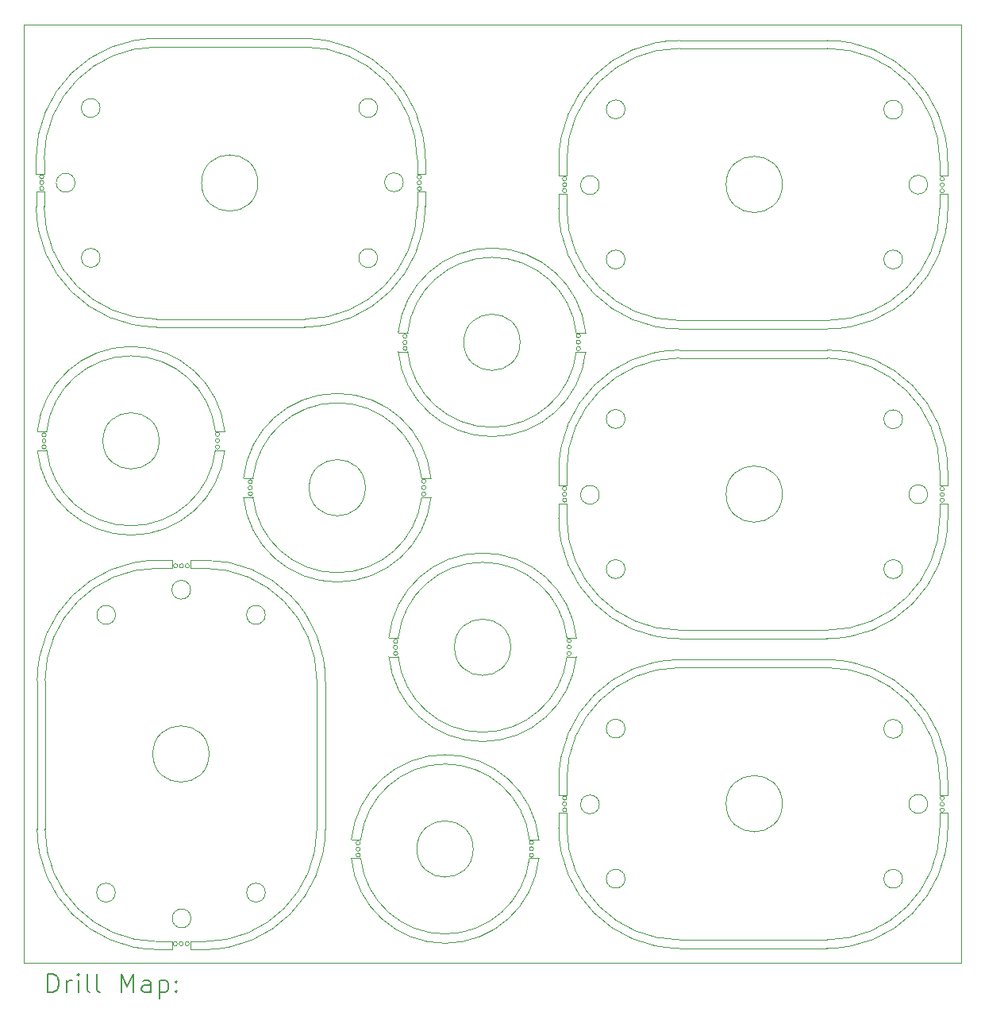
<source format=gbr>
%TF.GenerationSoftware,KiCad,Pcbnew,7.0.5-7.0.5~ubuntu22.04.1*%
%TF.CreationDate,2025-02-26T12:57:41+00:00*%
%TF.ProjectId,PBA0019-T50-6-trap,50424130-3031-4392-9d54-35302d362d74,1.0*%
%TF.SameCoordinates,Original*%
%TF.FileFunction,Drillmap*%
%TF.FilePolarity,Positive*%
%FSLAX45Y45*%
G04 Gerber Fmt 4.5, Leading zero omitted, Abs format (unit mm)*
G04 Created by KiCad (PCBNEW 7.0.5-7.0.5~ubuntu22.04.1) date 2025-02-26 12:57:41*
%MOMM*%
%LPD*%
G01*
G04 APERTURE LIST*
%ADD10C,0.050000*%
%ADD11C,0.200000*%
G04 APERTURE END LIST*
D10*
X9230000Y-13805000D02*
X9230000Y-3805000D01*
X19230000Y-13805000D02*
X19230000Y-3805000D01*
X9230000Y-3805000D02*
X19230000Y-3805000D01*
X19230000Y-13805000D02*
X9230000Y-13805000D01*
X17796466Y-7047500D02*
G75*
G03*
X19087500Y-5772500I15934J1275000D01*
G01*
X16222500Y-3973434D02*
X17802500Y-3973434D01*
X16221566Y-7047500D02*
X17796466Y-7047500D01*
X19002500Y-5257500D02*
G75*
G03*
X17802500Y-4057500I-1200000J0D01*
G01*
X19086566Y-5257500D02*
G75*
G03*
X17802500Y-3973434I-1284066J0D01*
G01*
X15645000Y-4707500D02*
G75*
G03*
X15645000Y-4707500I-100000J0D01*
G01*
X15370000Y-5515000D02*
G75*
G03*
X15370000Y-5515000I-100000J0D01*
G01*
X18605000Y-4710000D02*
G75*
G03*
X18605000Y-4710000I-100000J0D01*
G01*
X19086566Y-5415000D02*
X19002500Y-5415000D01*
X19049861Y-5575000D02*
G75*
G03*
X19049861Y-5575000I-22361J0D01*
G01*
X15022361Y-5509861D02*
G75*
G03*
X15022361Y-5509861I-22361J0D01*
G01*
X15022361Y-5572500D02*
G75*
G03*
X15022361Y-5572500I-22361J0D01*
G01*
X15022500Y-5257500D02*
X15022500Y-5415000D01*
X19087500Y-5607500D02*
X19087500Y-5772500D01*
X18605000Y-6307500D02*
G75*
G03*
X18605000Y-6307500I-100000J0D01*
G01*
X15022500Y-5757500D02*
G75*
G03*
X16222500Y-6957500I1200000J0D01*
G01*
X17802500Y-6957500D02*
G75*
G03*
X19002500Y-5757500I0J1200000D01*
G01*
X16222500Y-3973434D02*
G75*
G03*
X14938434Y-5257500I0J-1284066D01*
G01*
X15022361Y-5447500D02*
G75*
G03*
X15022361Y-5447500I-22361J0D01*
G01*
X19002500Y-5257500D02*
X19002500Y-5415000D01*
X15645000Y-6307500D02*
G75*
G03*
X15645000Y-6307500I-100000J0D01*
G01*
X16222500Y-4057500D02*
G75*
G03*
X15022500Y-5257500I0J-1200000D01*
G01*
X17802500Y-4057500D02*
X16222500Y-4057500D01*
X17322500Y-5507500D02*
G75*
G03*
X17322500Y-5507500I-300021J0D01*
G01*
X17802500Y-6957500D02*
X16222500Y-6957500D01*
X15022500Y-5607500D02*
X15022500Y-5757500D01*
X14937500Y-5763434D02*
G75*
G03*
X16221566Y-7047500I1284066J0D01*
G01*
X14937500Y-5607500D02*
X15022500Y-5607500D01*
X14938434Y-5415000D02*
X15022500Y-5415000D01*
X19002500Y-5607500D02*
X19002500Y-5757500D01*
X19049861Y-5450000D02*
G75*
G03*
X19049861Y-5450000I-22361J0D01*
G01*
X18872500Y-5510000D02*
G75*
G03*
X18872500Y-5510000I-100000J0D01*
G01*
X14937500Y-5763434D02*
X14937500Y-5607500D01*
X14938434Y-5415000D02*
X14938434Y-5257500D01*
X19086566Y-5257500D02*
X19086566Y-5415000D01*
X19049861Y-5512639D02*
G75*
G03*
X19049861Y-5512639I-22361J0D01*
G01*
X19087500Y-5607500D02*
X19002500Y-5607500D01*
X15022361Y-8809861D02*
G75*
G03*
X15022361Y-8809861I-22361J0D01*
G01*
X15022361Y-8872500D02*
G75*
G03*
X15022361Y-8872500I-22361J0D01*
G01*
X15022500Y-8557500D02*
X15022500Y-8715000D01*
X19049861Y-8875000D02*
G75*
G03*
X19049861Y-8875000I-22361J0D01*
G01*
X19086566Y-8715000D02*
X19002500Y-8715000D01*
X18605000Y-8010000D02*
G75*
G03*
X18605000Y-8010000I-100000J0D01*
G01*
X15370000Y-8815000D02*
G75*
G03*
X15370000Y-8815000I-100000J0D01*
G01*
X15645000Y-8007500D02*
G75*
G03*
X15645000Y-8007500I-100000J0D01*
G01*
X19086566Y-8557500D02*
G75*
G03*
X17802500Y-7273434I-1284066J0D01*
G01*
X19002500Y-8557500D02*
G75*
G03*
X17802500Y-7357500I-1200000J0D01*
G01*
X16221566Y-10347500D02*
X17796466Y-10347500D01*
X16222500Y-7273434D02*
X17802500Y-7273434D01*
X17796466Y-10347500D02*
G75*
G03*
X19087500Y-9072500I15934J1275000D01*
G01*
X19087500Y-8907500D02*
X19002500Y-8907500D01*
X19049861Y-8812639D02*
G75*
G03*
X19049861Y-8812639I-22361J0D01*
G01*
X19086566Y-8557500D02*
X19086566Y-8715000D01*
X14938434Y-8715000D02*
X14938434Y-8557500D01*
X14937500Y-9063434D02*
X14937500Y-8907500D01*
X18872500Y-8810000D02*
G75*
G03*
X18872500Y-8810000I-100000J0D01*
G01*
X19049861Y-8750000D02*
G75*
G03*
X19049861Y-8750000I-22361J0D01*
G01*
X19002500Y-8907500D02*
X19002500Y-9057500D01*
X14938434Y-8715000D02*
X15022500Y-8715000D01*
X14937500Y-8907500D02*
X15022500Y-8907500D01*
X14937500Y-9063434D02*
G75*
G03*
X16221566Y-10347500I1284066J0D01*
G01*
X15022500Y-8907500D02*
X15022500Y-9057500D01*
X17802500Y-10257500D02*
X16222500Y-10257500D01*
X17322500Y-8807500D02*
G75*
G03*
X17322500Y-8807500I-300021J0D01*
G01*
X17802500Y-7357500D02*
X16222500Y-7357500D01*
X16222500Y-7357500D02*
G75*
G03*
X15022500Y-8557500I0J-1200000D01*
G01*
X15645000Y-9607500D02*
G75*
G03*
X15645000Y-9607500I-100000J0D01*
G01*
X19002500Y-8557500D02*
X19002500Y-8715000D01*
X15022361Y-8747500D02*
G75*
G03*
X15022361Y-8747500I-22361J0D01*
G01*
X16222500Y-7273434D02*
G75*
G03*
X14938434Y-8557500I0J-1284066D01*
G01*
X17802500Y-10257500D02*
G75*
G03*
X19002500Y-9057500I0J1200000D01*
G01*
X15022500Y-9057500D02*
G75*
G03*
X16222500Y-10257500I1200000J0D01*
G01*
X18605000Y-9607500D02*
G75*
G03*
X18605000Y-9607500I-100000J0D01*
G01*
X19087500Y-8907500D02*
X19087500Y-9072500D01*
X19087500Y-12207500D02*
X19087500Y-12372500D01*
X18605000Y-12907500D02*
G75*
G03*
X18605000Y-12907500I-100000J0D01*
G01*
X15022500Y-12357500D02*
G75*
G03*
X16222500Y-13557500I1200000J0D01*
G01*
X17802500Y-13557500D02*
G75*
G03*
X19002500Y-12357500I0J1200000D01*
G01*
X16222500Y-10573434D02*
G75*
G03*
X14938434Y-11857500I0J-1284066D01*
G01*
X15022361Y-12047500D02*
G75*
G03*
X15022361Y-12047500I-22361J0D01*
G01*
X19002500Y-11857500D02*
X19002500Y-12015000D01*
X15645000Y-12907500D02*
G75*
G03*
X15645000Y-12907500I-100000J0D01*
G01*
X16222500Y-10657500D02*
G75*
G03*
X15022500Y-11857500I0J-1200000D01*
G01*
X17802500Y-10657500D02*
X16222500Y-10657500D01*
X17322500Y-12107500D02*
G75*
G03*
X17322500Y-12107500I-300021J0D01*
G01*
X17802500Y-13557500D02*
X16222500Y-13557500D01*
X15022500Y-12207500D02*
X15022500Y-12357500D01*
X14937500Y-12363434D02*
G75*
G03*
X16221566Y-13647500I1284066J0D01*
G01*
X14937500Y-12207500D02*
X15022500Y-12207500D01*
X14938434Y-12015000D02*
X15022500Y-12015000D01*
X19002500Y-12207500D02*
X19002500Y-12357500D01*
X19049861Y-12050000D02*
G75*
G03*
X19049861Y-12050000I-22361J0D01*
G01*
X18872500Y-12110000D02*
G75*
G03*
X18872500Y-12110000I-100000J0D01*
G01*
X14937500Y-12363434D02*
X14937500Y-12207500D01*
X14938434Y-12015000D02*
X14938434Y-11857500D01*
X19086566Y-11857500D02*
X19086566Y-12015000D01*
X19049861Y-12112639D02*
G75*
G03*
X19049861Y-12112639I-22361J0D01*
G01*
X19087500Y-12207500D02*
X19002500Y-12207500D01*
X17796466Y-13647500D02*
G75*
G03*
X19087500Y-12372500I15934J1275000D01*
G01*
X16222500Y-10573434D02*
X17802500Y-10573434D01*
X16221566Y-13647500D02*
X17796466Y-13647500D01*
X19002500Y-11857500D02*
G75*
G03*
X17802500Y-10657500I-1200000J0D01*
G01*
X19086566Y-11857500D02*
G75*
G03*
X17802500Y-10573434I-1284066J0D01*
G01*
X15645000Y-11307500D02*
G75*
G03*
X15645000Y-11307500I-100000J0D01*
G01*
X15370000Y-12115000D02*
G75*
G03*
X15370000Y-12115000I-100000J0D01*
G01*
X18605000Y-11310000D02*
G75*
G03*
X18605000Y-11310000I-100000J0D01*
G01*
X19086566Y-12015000D02*
X19002500Y-12015000D01*
X19049861Y-12175000D02*
G75*
G03*
X19049861Y-12175000I-22361J0D01*
G01*
X15022500Y-11857500D02*
X15022500Y-12015000D01*
X15022361Y-12172500D02*
G75*
G03*
X15022361Y-12172500I-22361J0D01*
G01*
X15022361Y-12109861D02*
G75*
G03*
X15022361Y-12109861I-22361J0D01*
G01*
X12447500Y-10803534D02*
G75*
G03*
X11172500Y-9512500I-1275000J15934D01*
G01*
X9373434Y-12377500D02*
X9373434Y-10797500D01*
X12447500Y-12378434D02*
X12447500Y-10803534D01*
X10657500Y-9597500D02*
G75*
G03*
X9457500Y-10797500I0J-1200000D01*
G01*
X10657500Y-9513434D02*
G75*
G03*
X9373434Y-10797500I0J-1284066D01*
G01*
X10207500Y-13055000D02*
G75*
G03*
X10207500Y-13055000I-100000J0D01*
G01*
X11015000Y-13330000D02*
G75*
G03*
X11015000Y-13330000I-100000J0D01*
G01*
X10210000Y-10095000D02*
G75*
G03*
X10210000Y-10095000I-100000J0D01*
G01*
X10815000Y-9513434D02*
X10815000Y-9597500D01*
X10997361Y-9572500D02*
G75*
G03*
X10997361Y-9572500I-22361J0D01*
G01*
X10932221Y-13600000D02*
G75*
G03*
X10932221Y-13600000I-22361J0D01*
G01*
X10994861Y-13600000D02*
G75*
G03*
X10994861Y-13600000I-22361J0D01*
G01*
X10657500Y-13577500D02*
X10815000Y-13577500D01*
X11007500Y-9512500D02*
X11172500Y-9512500D01*
X11807500Y-10095000D02*
G75*
G03*
X11807500Y-10095000I-100000J0D01*
G01*
X11157500Y-13577500D02*
G75*
G03*
X12357500Y-12377500I0J1200000D01*
G01*
X12357500Y-10797500D02*
G75*
G03*
X11157500Y-9597500I-1200000J0D01*
G01*
X9373434Y-12377500D02*
G75*
G03*
X10657500Y-13661566I1284066J0D01*
G01*
X10869861Y-13600000D02*
G75*
G03*
X10869861Y-13600000I-22361J0D01*
G01*
X10657500Y-9597500D02*
X10815000Y-9597500D01*
X11807500Y-13055000D02*
G75*
G03*
X11807500Y-13055000I-100000J0D01*
G01*
X9457500Y-12377500D02*
G75*
G03*
X10657500Y-13577500I1200000J0D01*
G01*
X9457500Y-10797500D02*
X9457500Y-12377500D01*
X11207521Y-11577521D02*
G75*
G03*
X11207521Y-11577521I-300021J0D01*
G01*
X12357500Y-10797500D02*
X12357500Y-12377500D01*
X11007500Y-13577500D02*
X11157500Y-13577500D01*
X11163434Y-13662500D02*
G75*
G03*
X12447500Y-12378434I0J1284066D01*
G01*
X11007500Y-13662500D02*
X11007500Y-13577500D01*
X10815000Y-13661566D02*
X10815000Y-13577500D01*
X11007500Y-9597500D02*
X11157500Y-9597500D01*
X10872361Y-9572500D02*
G75*
G03*
X10872361Y-9572500I-22361J0D01*
G01*
X11010000Y-9827500D02*
G75*
G03*
X11010000Y-9827500I-100000J0D01*
G01*
X11163434Y-13662500D02*
X11007500Y-13662500D01*
X10815000Y-13661566D02*
X10657500Y-13661566D01*
X10657500Y-9513434D02*
X10815000Y-9513434D01*
X10935000Y-9572500D02*
G75*
G03*
X10935000Y-9572500I-22361J0D01*
G01*
X11007500Y-9512500D02*
X11007500Y-9597500D01*
X14725000Y-12490000D02*
X14625000Y-12490000D01*
X14025021Y-12590000D02*
G75*
G03*
X14025021Y-12590000I-300021J0D01*
G01*
X12825000Y-12690000D02*
G75*
G03*
X14625000Y-12690000I900000J100000D01*
G01*
X14625000Y-12490000D02*
G75*
G03*
X12825000Y-12490000I-900000J-100000D01*
G01*
X14725000Y-12490000D02*
G75*
G03*
X12725000Y-12490000I-1000000J-100000D01*
G01*
X12725000Y-12690000D02*
G75*
G03*
X14725000Y-12690000I1000000J100000D01*
G01*
X12825000Y-12490000D02*
X12725000Y-12490000D01*
X12825000Y-12690000D02*
X12725000Y-12690000D01*
X14625000Y-12690000D02*
X14725000Y-12690000D01*
X14669721Y-12520000D02*
G75*
G03*
X14669721Y-12520000I-22361J0D01*
G01*
X14669721Y-12587639D02*
G75*
G03*
X14669721Y-12587639I-22361J0D01*
G01*
X14669721Y-12657639D02*
G75*
G03*
X14669721Y-12657639I-22361J0D01*
G01*
X12819361Y-12526361D02*
G75*
G03*
X12819361Y-12526361I-22361J0D01*
G01*
X12820361Y-12655361D02*
G75*
G03*
X12820361Y-12655361I-22361J0D01*
G01*
X12819361Y-12591361D02*
G75*
G03*
X12819361Y-12591361I-22361J0D01*
G01*
X15125000Y-10340000D02*
X15025000Y-10340000D01*
X14425021Y-10440000D02*
G75*
G03*
X14425021Y-10440000I-300021J0D01*
G01*
X13225000Y-10540000D02*
G75*
G03*
X15025000Y-10540000I900000J100000D01*
G01*
X15025000Y-10340000D02*
G75*
G03*
X13225000Y-10340000I-900000J-100000D01*
G01*
X15125000Y-10340000D02*
G75*
G03*
X13125000Y-10340000I-1000000J-100000D01*
G01*
X13125000Y-10540000D02*
G75*
G03*
X15125000Y-10540000I1000000J100000D01*
G01*
X13225000Y-10340000D02*
X13125000Y-10340000D01*
X13225000Y-10540000D02*
X13125000Y-10540000D01*
X15025000Y-10540000D02*
X15125000Y-10540000D01*
X15069721Y-10370000D02*
G75*
G03*
X15069721Y-10370000I-22361J0D01*
G01*
X15069721Y-10437639D02*
G75*
G03*
X15069721Y-10437639I-22361J0D01*
G01*
X15069721Y-10507639D02*
G75*
G03*
X15069721Y-10507639I-22361J0D01*
G01*
X13219361Y-10376361D02*
G75*
G03*
X13219361Y-10376361I-22361J0D01*
G01*
X13220361Y-10505361D02*
G75*
G03*
X13220361Y-10505361I-22361J0D01*
G01*
X13219361Y-10441361D02*
G75*
G03*
X13219361Y-10441361I-22361J0D01*
G01*
X10653534Y-3952500D02*
G75*
G03*
X9362500Y-5227500I-15934J-1275000D01*
G01*
X12227500Y-7026566D02*
X10647500Y-7026566D01*
X12228434Y-3952500D02*
X10653534Y-3952500D01*
X9447500Y-5742500D02*
G75*
G03*
X10647500Y-6942500I1200000J0D01*
G01*
X9363434Y-5742500D02*
G75*
G03*
X10647500Y-7026566I1284066J0D01*
G01*
X13005000Y-6292500D02*
G75*
G03*
X13005000Y-6292500I-100000J0D01*
G01*
X13280000Y-5485000D02*
G75*
G03*
X13280000Y-5485000I-100000J0D01*
G01*
X10045000Y-6290000D02*
G75*
G03*
X10045000Y-6290000I-100000J0D01*
G01*
X9363434Y-5585000D02*
X9447500Y-5585000D01*
X9444861Y-5425000D02*
G75*
G03*
X9444861Y-5425000I-22361J0D01*
G01*
X13472361Y-5490139D02*
G75*
G03*
X13472361Y-5490139I-22361J0D01*
G01*
X13472361Y-5427500D02*
G75*
G03*
X13472361Y-5427500I-22361J0D01*
G01*
X13427500Y-5742500D02*
X13427500Y-5585000D01*
X9362500Y-5392500D02*
X9362500Y-5227500D01*
X10045000Y-4692500D02*
G75*
G03*
X10045000Y-4692500I-100000J0D01*
G01*
X13427500Y-5242500D02*
G75*
G03*
X12227500Y-4042500I-1200000J0D01*
G01*
X10647500Y-4042500D02*
G75*
G03*
X9447500Y-5242500I0J-1200000D01*
G01*
X12227500Y-7026566D02*
G75*
G03*
X13511566Y-5742500I0J1284066D01*
G01*
X13472361Y-5552500D02*
G75*
G03*
X13472361Y-5552500I-22361J0D01*
G01*
X9447500Y-5742500D02*
X9447500Y-5585000D01*
X13005000Y-4692500D02*
G75*
G03*
X13005000Y-4692500I-100000J0D01*
G01*
X12227500Y-6942500D02*
G75*
G03*
X13427500Y-5742500I0J1200000D01*
G01*
X10647500Y-6942500D02*
X12227500Y-6942500D01*
X11727542Y-5492500D02*
G75*
G03*
X11727542Y-5492500I-300021J0D01*
G01*
X10647500Y-4042500D02*
X12227500Y-4042500D01*
X13427500Y-5392500D02*
X13427500Y-5242500D01*
X13512500Y-5236566D02*
G75*
G03*
X12228434Y-3952500I-1284066J0D01*
G01*
X13512500Y-5392500D02*
X13427500Y-5392500D01*
X13511566Y-5585000D02*
X13427500Y-5585000D01*
X9447500Y-5392500D02*
X9447500Y-5242500D01*
X9444861Y-5550000D02*
G75*
G03*
X9444861Y-5550000I-22361J0D01*
G01*
X9777500Y-5490000D02*
G75*
G03*
X9777500Y-5490000I-100000J0D01*
G01*
X13512500Y-5236566D02*
X13512500Y-5392500D01*
X13511566Y-5585000D02*
X13511566Y-5742500D01*
X9363434Y-5742500D02*
X9363434Y-5585000D01*
X9444861Y-5487361D02*
G75*
G03*
X9444861Y-5487361I-22361J0D01*
G01*
X9362500Y-5392500D02*
X9447500Y-5392500D01*
X15225000Y-7090000D02*
X15125000Y-7090000D01*
X14525021Y-7190000D02*
G75*
G03*
X14525021Y-7190000I-300021J0D01*
G01*
X13325000Y-7290000D02*
G75*
G03*
X15125000Y-7290000I900000J100000D01*
G01*
X15125000Y-7090000D02*
G75*
G03*
X13325000Y-7090000I-900000J-100000D01*
G01*
X15225000Y-7090000D02*
G75*
G03*
X13225000Y-7090000I-1000000J-100000D01*
G01*
X13225000Y-7290000D02*
G75*
G03*
X15225000Y-7290000I1000000J100000D01*
G01*
X13325000Y-7090000D02*
X13225000Y-7090000D01*
X13325000Y-7290000D02*
X13225000Y-7290000D01*
X15125000Y-7290000D02*
X15225000Y-7290000D01*
X15169721Y-7120000D02*
G75*
G03*
X15169721Y-7120000I-22361J0D01*
G01*
X15169721Y-7187639D02*
G75*
G03*
X15169721Y-7187639I-22361J0D01*
G01*
X15169721Y-7257639D02*
G75*
G03*
X15169721Y-7257639I-22361J0D01*
G01*
X13319361Y-7126361D02*
G75*
G03*
X13319361Y-7126361I-22361J0D01*
G01*
X13320361Y-7255361D02*
G75*
G03*
X13320361Y-7255361I-22361J0D01*
G01*
X13319361Y-7191361D02*
G75*
G03*
X13319361Y-7191361I-22361J0D01*
G01*
X11375000Y-8140000D02*
X11275000Y-8140000D01*
X10675021Y-8240000D02*
G75*
G03*
X10675021Y-8240000I-300021J0D01*
G01*
X9475000Y-8340000D02*
G75*
G03*
X11275000Y-8340000I900000J100000D01*
G01*
X11275000Y-8140000D02*
G75*
G03*
X9475000Y-8140000I-900000J-100000D01*
G01*
X11375000Y-8140000D02*
G75*
G03*
X9375000Y-8140000I-1000000J-100000D01*
G01*
X9375000Y-8340000D02*
G75*
G03*
X11375000Y-8340000I1000000J100000D01*
G01*
X9475000Y-8140000D02*
X9375000Y-8140000D01*
X9475000Y-8340000D02*
X9375000Y-8340000D01*
X11275000Y-8340000D02*
X11375000Y-8340000D01*
X11319721Y-8170000D02*
G75*
G03*
X11319721Y-8170000I-22361J0D01*
G01*
X11319721Y-8237639D02*
G75*
G03*
X11319721Y-8237639I-22361J0D01*
G01*
X11319721Y-8307639D02*
G75*
G03*
X11319721Y-8307639I-22361J0D01*
G01*
X9469361Y-8176361D02*
G75*
G03*
X9469361Y-8176361I-22361J0D01*
G01*
X9470361Y-8305361D02*
G75*
G03*
X9470361Y-8305361I-22361J0D01*
G01*
X9469361Y-8241361D02*
G75*
G03*
X9469361Y-8241361I-22361J0D01*
G01*
X13575000Y-8640000D02*
X13475000Y-8640000D01*
X12875021Y-8740000D02*
G75*
G03*
X12875021Y-8740000I-300021J0D01*
G01*
X11675000Y-8840000D02*
G75*
G03*
X13475000Y-8840000I900000J100000D01*
G01*
X13475000Y-8640000D02*
G75*
G03*
X11675000Y-8640000I-900000J-100000D01*
G01*
X13575000Y-8640000D02*
G75*
G03*
X11575000Y-8640000I-1000000J-100000D01*
G01*
X11575000Y-8840000D02*
G75*
G03*
X13575000Y-8840000I1000000J100000D01*
G01*
X11675000Y-8640000D02*
X11575000Y-8640000D01*
X11675000Y-8840000D02*
X11575000Y-8840000D01*
X13475000Y-8840000D02*
X13575000Y-8840000D01*
X13519721Y-8670000D02*
G75*
G03*
X13519721Y-8670000I-22361J0D01*
G01*
X13519721Y-8737639D02*
G75*
G03*
X13519721Y-8737639I-22361J0D01*
G01*
X13519721Y-8807639D02*
G75*
G03*
X13519721Y-8807639I-22361J0D01*
G01*
X11669361Y-8676361D02*
G75*
G03*
X11669361Y-8676361I-22361J0D01*
G01*
X11670361Y-8805361D02*
G75*
G03*
X11670361Y-8805361I-22361J0D01*
G01*
X11669361Y-8741361D02*
G75*
G03*
X11669361Y-8741361I-22361J0D01*
G01*
D11*
X9488277Y-14118984D02*
X9488277Y-13918984D01*
X9488277Y-13918984D02*
X9535896Y-13918984D01*
X9535896Y-13918984D02*
X9564467Y-13928508D01*
X9564467Y-13928508D02*
X9583515Y-13947555D01*
X9583515Y-13947555D02*
X9593039Y-13966603D01*
X9593039Y-13966603D02*
X9602563Y-14004698D01*
X9602563Y-14004698D02*
X9602563Y-14033269D01*
X9602563Y-14033269D02*
X9593039Y-14071365D01*
X9593039Y-14071365D02*
X9583515Y-14090412D01*
X9583515Y-14090412D02*
X9564467Y-14109460D01*
X9564467Y-14109460D02*
X9535896Y-14118984D01*
X9535896Y-14118984D02*
X9488277Y-14118984D01*
X9688277Y-14118984D02*
X9688277Y-13985650D01*
X9688277Y-14023746D02*
X9697801Y-14004698D01*
X9697801Y-14004698D02*
X9707324Y-13995174D01*
X9707324Y-13995174D02*
X9726372Y-13985650D01*
X9726372Y-13985650D02*
X9745420Y-13985650D01*
X9812086Y-14118984D02*
X9812086Y-13985650D01*
X9812086Y-13918984D02*
X9802563Y-13928508D01*
X9802563Y-13928508D02*
X9812086Y-13938031D01*
X9812086Y-13938031D02*
X9821610Y-13928508D01*
X9821610Y-13928508D02*
X9812086Y-13918984D01*
X9812086Y-13918984D02*
X9812086Y-13938031D01*
X9935896Y-14118984D02*
X9916848Y-14109460D01*
X9916848Y-14109460D02*
X9907324Y-14090412D01*
X9907324Y-14090412D02*
X9907324Y-13918984D01*
X10040658Y-14118984D02*
X10021610Y-14109460D01*
X10021610Y-14109460D02*
X10012086Y-14090412D01*
X10012086Y-14090412D02*
X10012086Y-13918984D01*
X10269229Y-14118984D02*
X10269229Y-13918984D01*
X10269229Y-13918984D02*
X10335896Y-14061841D01*
X10335896Y-14061841D02*
X10402563Y-13918984D01*
X10402563Y-13918984D02*
X10402563Y-14118984D01*
X10583515Y-14118984D02*
X10583515Y-14014222D01*
X10583515Y-14014222D02*
X10573991Y-13995174D01*
X10573991Y-13995174D02*
X10554944Y-13985650D01*
X10554944Y-13985650D02*
X10516848Y-13985650D01*
X10516848Y-13985650D02*
X10497801Y-13995174D01*
X10583515Y-14109460D02*
X10564467Y-14118984D01*
X10564467Y-14118984D02*
X10516848Y-14118984D01*
X10516848Y-14118984D02*
X10497801Y-14109460D01*
X10497801Y-14109460D02*
X10488277Y-14090412D01*
X10488277Y-14090412D02*
X10488277Y-14071365D01*
X10488277Y-14071365D02*
X10497801Y-14052317D01*
X10497801Y-14052317D02*
X10516848Y-14042793D01*
X10516848Y-14042793D02*
X10564467Y-14042793D01*
X10564467Y-14042793D02*
X10583515Y-14033269D01*
X10678753Y-13985650D02*
X10678753Y-14185650D01*
X10678753Y-13995174D02*
X10697801Y-13985650D01*
X10697801Y-13985650D02*
X10735896Y-13985650D01*
X10735896Y-13985650D02*
X10754944Y-13995174D01*
X10754944Y-13995174D02*
X10764467Y-14004698D01*
X10764467Y-14004698D02*
X10773991Y-14023746D01*
X10773991Y-14023746D02*
X10773991Y-14080888D01*
X10773991Y-14080888D02*
X10764467Y-14099936D01*
X10764467Y-14099936D02*
X10754944Y-14109460D01*
X10754944Y-14109460D02*
X10735896Y-14118984D01*
X10735896Y-14118984D02*
X10697801Y-14118984D01*
X10697801Y-14118984D02*
X10678753Y-14109460D01*
X10859705Y-14099936D02*
X10869229Y-14109460D01*
X10869229Y-14109460D02*
X10859705Y-14118984D01*
X10859705Y-14118984D02*
X10850182Y-14109460D01*
X10850182Y-14109460D02*
X10859705Y-14099936D01*
X10859705Y-14099936D02*
X10859705Y-14118984D01*
X10859705Y-13995174D02*
X10869229Y-14004698D01*
X10869229Y-14004698D02*
X10859705Y-14014222D01*
X10859705Y-14014222D02*
X10850182Y-14004698D01*
X10850182Y-14004698D02*
X10859705Y-13995174D01*
X10859705Y-13995174D02*
X10859705Y-14014222D01*
M02*

</source>
